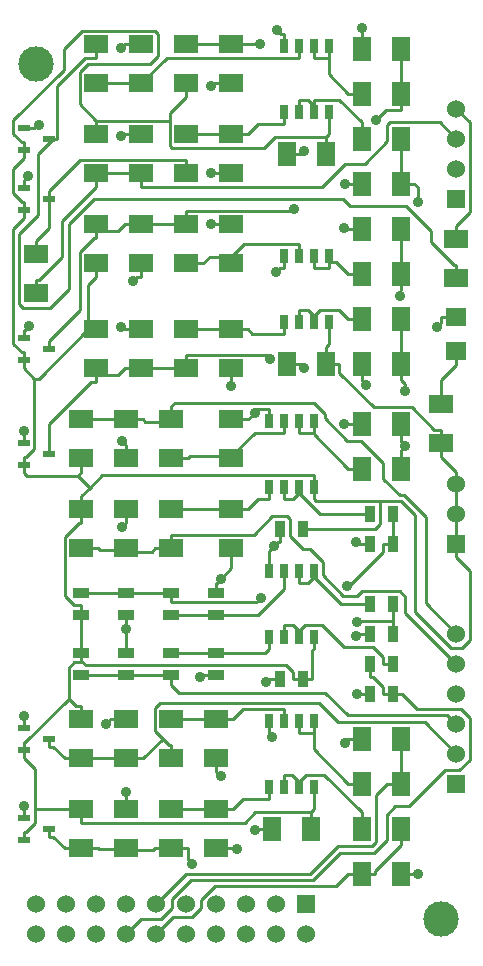
<source format=gtl>
G04 (created by PCBNEW (2013-07-07 BZR 4022)-stable) date 10/7/2013 2:25:56 PM*
%MOIN*%
G04 Gerber Fmt 3.4, Leading zero omitted, Abs format*
%FSLAX34Y34*%
G01*
G70*
G90*
G04 APERTURE LIST*
%ADD10C,0.00590551*%
%ADD11R,0.06X0.08*%
%ADD12R,0.06X0.06*%
%ADD13C,0.06*%
%ADD14R,0.08X0.06*%
%ADD15R,0.025X0.05*%
%ADD16R,0.0709X0.0629*%
%ADD17R,0.0394X0.0236*%
%ADD18R,0.055X0.035*%
%ADD19R,0.035X0.055*%
%ADD20C,0.11811*%
%ADD21C,0.035*%
%ADD22C,0.01*%
G04 APERTURE END LIST*
G54D10*
G54D11*
X52650Y-40500D03*
X51350Y-40500D03*
X51350Y-42000D03*
X52650Y-42000D03*
G54D12*
X54500Y-45500D03*
G54D13*
X54500Y-44500D03*
X54500Y-43500D03*
X54500Y-42500D03*
G54D12*
X49500Y-69000D03*
G54D13*
X49500Y-70000D03*
X48500Y-69000D03*
X48500Y-70000D03*
X47500Y-69000D03*
X47500Y-70000D03*
X46500Y-69000D03*
X46500Y-70000D03*
X45500Y-69000D03*
X45500Y-70000D03*
X44500Y-69000D03*
X44500Y-70000D03*
X43500Y-69000D03*
X43500Y-70000D03*
X42500Y-69000D03*
X42500Y-70000D03*
X41500Y-69000D03*
X41500Y-70000D03*
X40500Y-69000D03*
X40500Y-70000D03*
G54D14*
X47000Y-40350D03*
X47000Y-41650D03*
G54D11*
X52650Y-45000D03*
X51350Y-45000D03*
X51350Y-43500D03*
X52650Y-43500D03*
G54D14*
X44000Y-44650D03*
X44000Y-43350D03*
G54D11*
X52650Y-46500D03*
X51350Y-46500D03*
X51350Y-48000D03*
X52650Y-48000D03*
G54D14*
X44000Y-46350D03*
X44000Y-47650D03*
X44000Y-51150D03*
X44000Y-49850D03*
G54D11*
X51350Y-49500D03*
X52650Y-49500D03*
X52650Y-51000D03*
X51350Y-51000D03*
G54D14*
X42500Y-40350D03*
X42500Y-41650D03*
X45500Y-40350D03*
X45500Y-41650D03*
X47000Y-44650D03*
X47000Y-43350D03*
X44000Y-40350D03*
X44000Y-41650D03*
X45500Y-44650D03*
X45500Y-43350D03*
G54D11*
X50150Y-44000D03*
X48850Y-44000D03*
G54D14*
X42500Y-44650D03*
X42500Y-43350D03*
X45500Y-46350D03*
X45500Y-47650D03*
X42500Y-46350D03*
X42500Y-47650D03*
X45500Y-51150D03*
X45500Y-49850D03*
X42500Y-51150D03*
X42500Y-49850D03*
G54D15*
X50250Y-47400D03*
X49750Y-47400D03*
X49250Y-47400D03*
X48750Y-47400D03*
X48750Y-49600D03*
X49250Y-49600D03*
X49750Y-49600D03*
X50250Y-49600D03*
X50250Y-40400D03*
X49750Y-40400D03*
X49250Y-40400D03*
X48750Y-40400D03*
X48750Y-42600D03*
X49250Y-42600D03*
X49750Y-42600D03*
X50250Y-42600D03*
X49750Y-57900D03*
X49250Y-57900D03*
X48750Y-57900D03*
X48250Y-57900D03*
X48250Y-60100D03*
X48750Y-60100D03*
X49250Y-60100D03*
X49750Y-60100D03*
X49750Y-52900D03*
X49250Y-52900D03*
X48750Y-52900D03*
X48250Y-52900D03*
X48250Y-55100D03*
X48750Y-55100D03*
X49250Y-55100D03*
X49750Y-55100D03*
G54D11*
X52650Y-53000D03*
X51350Y-53000D03*
G54D14*
X42000Y-57150D03*
X42000Y-55850D03*
X45000Y-57150D03*
X45000Y-55850D03*
X42000Y-52850D03*
X42000Y-54150D03*
X45000Y-52850D03*
X45000Y-54150D03*
X40500Y-48650D03*
X40500Y-47350D03*
X54500Y-46850D03*
X54500Y-48150D03*
X43500Y-52850D03*
X43500Y-54150D03*
G54D11*
X51350Y-54500D03*
X52650Y-54500D03*
G54D14*
X54000Y-53650D03*
X54000Y-52350D03*
G54D12*
X54500Y-57000D03*
G54D13*
X54500Y-56000D03*
X54500Y-55000D03*
G54D16*
X54500Y-49441D03*
X54500Y-50559D03*
G54D17*
X40084Y-50125D03*
X40916Y-50500D03*
X40084Y-50875D03*
X40084Y-66125D03*
X40916Y-66500D03*
X40084Y-66875D03*
X40084Y-63125D03*
X40916Y-63500D03*
X40084Y-63875D03*
X40084Y-45125D03*
X40916Y-45500D03*
X40084Y-45875D03*
X40084Y-53625D03*
X40916Y-54000D03*
X40084Y-54375D03*
G54D15*
X49750Y-62900D03*
X49250Y-62900D03*
X48750Y-62900D03*
X48250Y-62900D03*
X48250Y-65100D03*
X48750Y-65100D03*
X49250Y-65100D03*
X49750Y-65100D03*
G54D11*
X52650Y-63500D03*
X51350Y-63500D03*
X51350Y-65000D03*
X52650Y-65000D03*
G54D14*
X43500Y-64150D03*
X43500Y-62850D03*
X43500Y-67150D03*
X43500Y-65850D03*
G54D11*
X51350Y-66500D03*
X52650Y-66500D03*
X51350Y-68000D03*
X52650Y-68000D03*
G54D14*
X45000Y-64150D03*
X45000Y-62850D03*
X46500Y-64150D03*
X46500Y-62850D03*
X42000Y-64150D03*
X42000Y-62850D03*
X45000Y-67150D03*
X45000Y-65850D03*
X46500Y-67150D03*
X46500Y-65850D03*
X42000Y-67150D03*
X42000Y-65850D03*
G54D17*
X40084Y-43125D03*
X40916Y-43500D03*
X40084Y-43875D03*
G54D12*
X54500Y-65000D03*
G54D13*
X54500Y-64000D03*
X54500Y-63000D03*
X54500Y-62000D03*
X54500Y-61000D03*
X54500Y-60000D03*
G54D18*
X46500Y-61375D03*
X46500Y-60625D03*
G54D14*
X47000Y-46350D03*
X47000Y-47650D03*
X47000Y-51150D03*
X47000Y-49850D03*
G54D11*
X48350Y-66500D03*
X49650Y-66500D03*
G54D14*
X47000Y-52850D03*
X47000Y-54150D03*
X47000Y-57150D03*
X47000Y-55850D03*
G54D11*
X50150Y-51000D03*
X48850Y-51000D03*
G54D19*
X51625Y-59000D03*
X52375Y-59000D03*
X52375Y-60000D03*
X51625Y-60000D03*
G54D18*
X42000Y-61375D03*
X42000Y-60625D03*
X45000Y-61375D03*
X45000Y-60625D03*
X42000Y-58625D03*
X42000Y-59375D03*
X46500Y-58625D03*
X46500Y-59375D03*
X45000Y-58625D03*
X45000Y-59375D03*
G54D19*
X52375Y-62000D03*
X51625Y-62000D03*
X52375Y-61000D03*
X51625Y-61000D03*
G54D18*
X43500Y-61375D03*
X43500Y-60625D03*
X43500Y-58625D03*
X43500Y-59375D03*
G54D19*
X49375Y-56500D03*
X48625Y-56500D03*
X49375Y-61500D03*
X48625Y-61500D03*
G54D14*
X43500Y-57150D03*
X43500Y-55850D03*
G54D19*
X51625Y-56000D03*
X52375Y-56000D03*
X52375Y-57000D03*
X51625Y-57000D03*
G54D20*
X40500Y-41000D03*
X54000Y-69500D03*
G54D21*
X47938Y-40317D03*
X45691Y-67665D03*
X49079Y-45839D03*
X48272Y-50827D03*
X47982Y-58786D03*
X51821Y-42877D03*
X53212Y-45585D03*
X52629Y-48750D03*
X52783Y-51899D03*
X52783Y-53750D03*
X50867Y-58398D03*
X51173Y-59587D03*
X40573Y-43018D03*
X40084Y-53228D03*
X40084Y-62718D03*
X40084Y-65727D03*
X53860Y-49772D03*
X47000Y-51728D03*
X43349Y-53562D03*
X43312Y-49775D03*
X43708Y-48231D03*
X43323Y-43401D03*
X48493Y-47918D03*
X51174Y-62000D03*
X51162Y-56941D03*
X46322Y-46342D03*
X46318Y-44632D03*
X49425Y-51125D03*
X49428Y-43895D03*
X50767Y-46481D03*
X50769Y-53012D03*
X51350Y-39811D03*
X53225Y-68005D03*
X40233Y-44722D03*
X43349Y-56437D03*
X51169Y-60078D03*
X46323Y-41726D03*
X46637Y-58168D03*
X50773Y-44987D03*
X46637Y-64737D03*
X48361Y-63429D03*
X40246Y-49730D03*
X47782Y-52617D03*
X48422Y-57058D03*
X43500Y-65274D03*
X47770Y-66520D03*
X50770Y-63628D03*
X43500Y-59830D03*
X51491Y-51687D03*
X47175Y-67165D03*
X42822Y-62994D03*
X45939Y-61445D03*
X48162Y-61597D03*
X48524Y-39865D03*
X43321Y-40454D03*
G54D22*
X45500Y-40350D02*
X47000Y-40350D01*
X47582Y-40317D02*
X47550Y-40350D01*
X47938Y-40317D02*
X47582Y-40317D01*
X47000Y-40350D02*
X47550Y-40350D01*
X54950Y-45949D02*
X54500Y-46399D01*
X54950Y-42950D02*
X54950Y-45949D01*
X54500Y-42500D02*
X54950Y-42950D01*
X54500Y-46850D02*
X54500Y-46399D01*
X41067Y-66768D02*
X41449Y-67150D01*
X40915Y-66768D02*
X41067Y-66768D01*
X40915Y-66500D02*
X40915Y-66768D01*
X42000Y-67150D02*
X41449Y-67150D01*
X44393Y-67206D02*
X44449Y-67150D01*
X43500Y-67206D02*
X44393Y-67206D01*
X45000Y-67150D02*
X44449Y-67150D01*
X43500Y-67150D02*
X43500Y-67178D01*
X43500Y-67178D02*
X43500Y-67206D01*
X42578Y-67178D02*
X42550Y-67150D01*
X43500Y-67178D02*
X42578Y-67178D01*
X42000Y-67150D02*
X42550Y-67150D01*
X45550Y-67524D02*
X45550Y-67150D01*
X45691Y-67665D02*
X45550Y-67524D01*
X45000Y-67150D02*
X45550Y-67150D01*
X50014Y-45100D02*
X44000Y-45100D01*
X50792Y-44321D02*
X50014Y-45100D01*
X51450Y-44321D02*
X50792Y-44321D01*
X52199Y-43572D02*
X51450Y-44321D01*
X52199Y-43030D02*
X52199Y-43572D01*
X52282Y-42947D02*
X52199Y-43030D01*
X53947Y-42947D02*
X52282Y-42947D01*
X54500Y-43500D02*
X53947Y-42947D01*
X44000Y-44650D02*
X44000Y-45100D01*
X40500Y-48650D02*
X40500Y-48199D01*
X44000Y-44650D02*
X42500Y-44650D01*
X40584Y-48199D02*
X40500Y-48199D01*
X41349Y-47434D02*
X40584Y-48199D01*
X41349Y-46250D02*
X41349Y-47434D01*
X42500Y-45100D02*
X41349Y-46250D01*
X42500Y-44650D02*
X42500Y-45100D01*
X42415Y-46800D02*
X42500Y-46800D01*
X41949Y-47265D02*
X42415Y-46800D01*
X41949Y-49198D02*
X41949Y-47265D01*
X40915Y-50231D02*
X41949Y-49198D01*
X40915Y-50500D02*
X40915Y-50231D01*
X44000Y-46350D02*
X45500Y-46350D01*
X45500Y-46350D02*
X45500Y-45899D01*
X49019Y-45899D02*
X49079Y-45839D01*
X45500Y-45899D02*
X49019Y-45899D01*
X42500Y-46350D02*
X42500Y-46575D01*
X42500Y-46575D02*
X42500Y-46800D01*
X43224Y-46575D02*
X43449Y-46350D01*
X42500Y-46575D02*
X43224Y-46575D01*
X44000Y-46350D02*
X43449Y-46350D01*
X42331Y-51600D02*
X42500Y-51600D01*
X40915Y-53015D02*
X42331Y-51600D01*
X40915Y-54000D02*
X40915Y-53015D01*
X42500Y-51150D02*
X42500Y-51375D01*
X42500Y-51375D02*
X42500Y-51600D01*
X43224Y-51375D02*
X43449Y-51150D01*
X42500Y-51375D02*
X43224Y-51375D01*
X44000Y-51150D02*
X43449Y-51150D01*
X44000Y-51150D02*
X45500Y-51150D01*
X48145Y-50699D02*
X48272Y-50827D01*
X45500Y-50699D02*
X48145Y-50699D01*
X45500Y-51150D02*
X45500Y-50699D01*
X45000Y-52850D02*
X45000Y-52926D01*
X42000Y-52850D02*
X43500Y-52850D01*
X44127Y-52926D02*
X45000Y-52926D01*
X44050Y-52850D02*
X44127Y-52926D01*
X43500Y-52850D02*
X44050Y-52850D01*
X45112Y-52286D02*
X45000Y-52399D01*
X49737Y-52286D02*
X45112Y-52286D01*
X50105Y-52655D02*
X49737Y-52286D01*
X50105Y-52810D02*
X50105Y-52655D01*
X50849Y-53554D02*
X50105Y-52810D01*
X51316Y-53554D02*
X50849Y-53554D01*
X52055Y-54293D02*
X51316Y-53554D01*
X52055Y-54824D02*
X52055Y-54293D01*
X52605Y-55374D02*
X52055Y-54824D01*
X52741Y-55374D02*
X52605Y-55374D01*
X53477Y-56110D02*
X52741Y-55374D01*
X53477Y-58977D02*
X53477Y-56110D01*
X54500Y-60000D02*
X53477Y-58977D01*
X45000Y-52850D02*
X45000Y-52399D01*
X44337Y-57262D02*
X44449Y-57150D01*
X43500Y-57262D02*
X44337Y-57262D01*
X45000Y-57150D02*
X44449Y-57150D01*
X43500Y-57150D02*
X43500Y-57206D01*
X43500Y-57206D02*
X43500Y-57262D01*
X42606Y-57206D02*
X42550Y-57150D01*
X43500Y-57206D02*
X42606Y-57206D01*
X42000Y-57150D02*
X42550Y-57150D01*
X47737Y-56699D02*
X45000Y-56699D01*
X48362Y-56074D02*
X47737Y-56699D01*
X48868Y-56074D02*
X48362Y-56074D01*
X48950Y-56156D02*
X48868Y-56074D01*
X48950Y-56749D02*
X48950Y-56156D01*
X49384Y-57183D02*
X48950Y-56749D01*
X49636Y-57183D02*
X49384Y-57183D01*
X50043Y-57590D02*
X49636Y-57183D01*
X50043Y-58044D02*
X50043Y-57590D01*
X50734Y-58735D02*
X50043Y-58044D01*
X51187Y-58735D02*
X50734Y-58735D01*
X51349Y-58573D02*
X51187Y-58735D01*
X52621Y-58573D02*
X51349Y-58573D01*
X52802Y-58754D02*
X52621Y-58573D01*
X52802Y-59302D02*
X52802Y-58754D01*
X54500Y-61000D02*
X52802Y-59302D01*
X45000Y-57150D02*
X45000Y-56699D01*
X42000Y-58625D02*
X43500Y-58625D01*
X43500Y-58625D02*
X45000Y-58625D01*
X47819Y-58950D02*
X47982Y-58786D01*
X45000Y-58950D02*
X47819Y-58950D01*
X45000Y-58625D02*
X45000Y-58950D01*
X42000Y-61375D02*
X43500Y-61375D01*
X43500Y-61375D02*
X43925Y-61375D01*
X43925Y-61375D02*
X45000Y-61375D01*
X54200Y-62700D02*
X54500Y-63000D01*
X50875Y-62700D02*
X54200Y-62700D01*
X50129Y-61954D02*
X50875Y-62700D01*
X45253Y-61954D02*
X50129Y-61954D01*
X45000Y-61700D02*
X45253Y-61954D01*
X45000Y-61375D02*
X45000Y-61700D01*
X41067Y-63768D02*
X41449Y-64150D01*
X40915Y-63768D02*
X41067Y-63768D01*
X40915Y-63500D02*
X40915Y-63768D01*
X42000Y-64150D02*
X41449Y-64150D01*
X45000Y-64150D02*
X45000Y-63699D01*
X42000Y-64150D02*
X43500Y-64150D01*
X43500Y-64150D02*
X44050Y-64150D01*
X44050Y-64150D02*
X44707Y-63492D01*
X44915Y-63699D02*
X45000Y-63699D01*
X44707Y-63492D02*
X44915Y-63699D01*
X53449Y-62949D02*
X54500Y-64000D01*
X50558Y-62949D02*
X53449Y-62949D01*
X49908Y-62299D02*
X50558Y-62949D01*
X44618Y-62299D02*
X49908Y-62299D01*
X44449Y-62468D02*
X44618Y-62299D01*
X44449Y-63234D02*
X44449Y-62468D01*
X44707Y-63492D02*
X44449Y-63234D01*
X52650Y-42000D02*
X52650Y-40500D01*
X52147Y-42550D02*
X52650Y-42550D01*
X51821Y-42877D02*
X52147Y-42550D01*
X52650Y-42000D02*
X52650Y-42550D01*
X51800Y-67900D02*
X52650Y-67050D01*
X51800Y-68000D02*
X51800Y-67900D01*
X51350Y-68000D02*
X51800Y-68000D01*
X52650Y-66500D02*
X52650Y-67050D01*
X50496Y-68403D02*
X50899Y-68000D01*
X46458Y-68403D02*
X50496Y-68403D01*
X46000Y-68861D02*
X46458Y-68403D01*
X46000Y-69136D02*
X46000Y-68861D01*
X45686Y-69450D02*
X46000Y-69136D01*
X45049Y-69450D02*
X45686Y-69450D01*
X44500Y-70000D02*
X45049Y-69450D01*
X51350Y-68000D02*
X50899Y-68000D01*
X52650Y-43500D02*
X52650Y-45000D01*
X53212Y-45112D02*
X53100Y-45000D01*
X53212Y-45585D02*
X53212Y-45112D01*
X52650Y-45000D02*
X53100Y-45000D01*
X52629Y-48570D02*
X52629Y-48750D01*
X52650Y-48550D02*
X52629Y-48570D01*
X52650Y-48275D02*
X52650Y-48550D01*
X52650Y-48275D02*
X52650Y-48000D01*
X52650Y-48000D02*
X52650Y-46500D01*
X52650Y-51000D02*
X52650Y-49500D01*
X52783Y-51683D02*
X52650Y-51550D01*
X52783Y-51899D02*
X52783Y-51683D01*
X52650Y-51000D02*
X52650Y-51550D01*
X52650Y-53883D02*
X52650Y-54500D01*
X52783Y-53750D02*
X52650Y-53883D01*
X52650Y-53616D02*
X52650Y-53000D01*
X52783Y-53750D02*
X52650Y-53616D01*
X52375Y-56000D02*
X52375Y-57000D01*
X50921Y-58398D02*
X50867Y-58398D01*
X52049Y-57270D02*
X50921Y-58398D01*
X52049Y-57000D02*
X52049Y-57270D01*
X52375Y-57000D02*
X52049Y-57000D01*
X51186Y-59574D02*
X51173Y-59587D01*
X52375Y-59574D02*
X51186Y-59574D01*
X52375Y-60000D02*
X52375Y-59574D01*
X52375Y-59574D02*
X52375Y-59000D01*
X52375Y-62000D02*
X52700Y-62000D01*
X52049Y-61762D02*
X52049Y-62000D01*
X51712Y-61425D02*
X52049Y-61762D01*
X51625Y-61425D02*
X51712Y-61425D01*
X51625Y-61000D02*
X51625Y-61425D01*
X52375Y-62000D02*
X52049Y-62000D01*
X44000Y-69500D02*
X43500Y-70000D01*
X44640Y-69500D02*
X44000Y-69500D01*
X45004Y-69136D02*
X44640Y-69500D01*
X45004Y-68848D02*
X45004Y-69136D01*
X45648Y-68203D02*
X45004Y-68848D01*
X49718Y-68203D02*
X45648Y-68203D01*
X50616Y-67305D02*
X49718Y-68203D01*
X51749Y-67305D02*
X50616Y-67305D01*
X52199Y-66854D02*
X51749Y-67305D01*
X52199Y-66019D02*
X52199Y-66854D01*
X52469Y-65750D02*
X52199Y-66019D01*
X52918Y-65750D02*
X52469Y-65750D01*
X54118Y-64549D02*
X52918Y-65750D01*
X54601Y-64549D02*
X54118Y-64549D01*
X54950Y-64201D02*
X54601Y-64549D01*
X54950Y-62789D02*
X54950Y-64201D01*
X54661Y-62500D02*
X54950Y-62789D01*
X53200Y-62500D02*
X54661Y-62500D01*
X52700Y-62000D02*
X53200Y-62500D01*
X52650Y-65000D02*
X52650Y-63500D01*
X52650Y-65000D02*
X52199Y-65000D01*
X45496Y-68003D02*
X44500Y-69000D01*
X49636Y-68003D02*
X45496Y-68003D01*
X50568Y-67070D02*
X49636Y-68003D01*
X51697Y-67070D02*
X50568Y-67070D01*
X51819Y-66949D02*
X51697Y-67070D01*
X51819Y-65380D02*
X51819Y-66949D01*
X52199Y-65000D02*
X51819Y-65380D01*
X40538Y-43018D02*
X40431Y-43125D01*
X40573Y-43018D02*
X40538Y-43018D01*
X40084Y-43125D02*
X40431Y-43125D01*
X40084Y-53625D02*
X40084Y-53228D01*
X40084Y-62718D02*
X40084Y-63125D01*
X40084Y-65727D02*
X40084Y-66125D01*
X53995Y-49637D02*
X53995Y-49440D01*
X53860Y-49772D02*
X53995Y-49637D01*
X54500Y-49440D02*
X53995Y-49440D01*
X47000Y-51150D02*
X47000Y-51600D01*
X43500Y-54150D02*
X43500Y-53699D01*
X43487Y-53699D02*
X43500Y-53699D01*
X43349Y-53562D02*
X43487Y-53699D01*
X44000Y-49850D02*
X43449Y-49850D01*
X43375Y-49775D02*
X43449Y-49850D01*
X43312Y-49775D02*
X43375Y-49775D01*
X44000Y-47650D02*
X44000Y-48100D01*
X43839Y-48100D02*
X44000Y-48100D01*
X43708Y-48231D02*
X43839Y-48100D01*
X44000Y-43350D02*
X43449Y-43350D01*
X43397Y-43401D02*
X43449Y-43350D01*
X43323Y-43401D02*
X43397Y-43401D01*
X48750Y-47400D02*
X48750Y-47800D01*
X48612Y-47800D02*
X48750Y-47800D01*
X48493Y-47918D02*
X48612Y-47800D01*
X51625Y-62000D02*
X51299Y-62000D01*
X51299Y-62000D02*
X51299Y-62000D01*
X51174Y-62000D02*
X51299Y-62000D01*
X51625Y-57000D02*
X51299Y-57000D01*
X51241Y-56941D02*
X51299Y-57000D01*
X51162Y-56941D02*
X51241Y-56941D01*
X47000Y-51600D02*
X47000Y-51728D01*
X47000Y-46350D02*
X46449Y-46350D01*
X46441Y-46342D02*
X46449Y-46350D01*
X46322Y-46342D02*
X46441Y-46342D01*
X47000Y-44650D02*
X46449Y-44650D01*
X46432Y-44632D02*
X46449Y-44650D01*
X46318Y-44632D02*
X46432Y-44632D01*
X48850Y-51000D02*
X49300Y-51000D01*
X49300Y-51000D02*
X49425Y-51125D01*
X48850Y-44000D02*
X49300Y-44000D01*
X49404Y-43895D02*
X49300Y-44000D01*
X49428Y-43895D02*
X49404Y-43895D01*
X51350Y-46500D02*
X50899Y-46500D01*
X50881Y-46481D02*
X50899Y-46500D01*
X50767Y-46481D02*
X50881Y-46481D01*
X51350Y-53000D02*
X50899Y-53000D01*
X50887Y-53012D02*
X50899Y-53000D01*
X50769Y-53012D02*
X50887Y-53012D01*
X51350Y-40500D02*
X51350Y-39811D01*
X52650Y-68000D02*
X53100Y-68000D01*
X53105Y-68005D02*
X53100Y-68000D01*
X53225Y-68005D02*
X53105Y-68005D01*
X40084Y-45125D02*
X40084Y-44856D01*
X40099Y-44856D02*
X40084Y-44856D01*
X40233Y-44722D02*
X40099Y-44856D01*
X43500Y-55850D02*
X43500Y-56300D01*
X43487Y-56300D02*
X43500Y-56300D01*
X43349Y-56437D02*
X43487Y-56300D01*
X51221Y-60078D02*
X51299Y-60000D01*
X51169Y-60078D02*
X51221Y-60078D01*
X51625Y-60000D02*
X51299Y-60000D01*
X47000Y-41650D02*
X46449Y-41650D01*
X46373Y-41726D02*
X46449Y-41650D01*
X46323Y-41726D02*
X46373Y-41726D01*
X46500Y-58625D02*
X46500Y-58299D01*
X46506Y-58299D02*
X46637Y-58168D01*
X46500Y-58299D02*
X46506Y-58299D01*
X47000Y-57806D02*
X47000Y-57150D01*
X46637Y-58168D02*
X47000Y-57806D01*
X50887Y-44987D02*
X50899Y-45000D01*
X50773Y-44987D02*
X50887Y-44987D01*
X51350Y-45000D02*
X50899Y-45000D01*
X46500Y-64150D02*
X46500Y-64600D01*
X46637Y-64737D02*
X46500Y-64600D01*
X48250Y-52900D02*
X48250Y-52499D01*
X47000Y-52850D02*
X47550Y-52850D01*
X48361Y-63412D02*
X48250Y-63300D01*
X48361Y-63429D02*
X48361Y-63412D01*
X48250Y-62900D02*
X48250Y-63300D01*
X40084Y-50125D02*
X40084Y-49856D01*
X40119Y-49856D02*
X40084Y-49856D01*
X40246Y-49730D02*
X40119Y-49856D01*
X47782Y-52617D02*
X47782Y-52617D01*
X47782Y-52617D02*
X47782Y-52617D01*
X47550Y-52850D02*
X47782Y-52617D01*
X47900Y-52499D02*
X48250Y-52499D01*
X47782Y-52617D02*
X47900Y-52499D01*
X48625Y-56500D02*
X48625Y-56925D01*
X48556Y-56925D02*
X48422Y-57058D01*
X48625Y-56925D02*
X48556Y-56925D01*
X48250Y-57231D02*
X48250Y-57900D01*
X48422Y-57058D02*
X48250Y-57231D01*
X43500Y-65850D02*
X43500Y-65274D01*
X48350Y-66500D02*
X47899Y-66500D01*
X47879Y-66520D02*
X47899Y-66500D01*
X47770Y-66520D02*
X47879Y-66520D01*
X51350Y-63500D02*
X50899Y-63500D01*
X50770Y-63628D02*
X50899Y-63500D01*
X43500Y-59375D02*
X43500Y-59830D01*
X43500Y-59830D02*
X43500Y-60625D01*
X51350Y-51000D02*
X51350Y-51550D01*
X51354Y-51550D02*
X51350Y-51550D01*
X51491Y-51687D02*
X51354Y-51550D01*
X46500Y-67150D02*
X47050Y-67150D01*
X47065Y-67165D02*
X47050Y-67150D01*
X47175Y-67165D02*
X47065Y-67165D01*
X43500Y-62850D02*
X42949Y-62850D01*
X42949Y-62867D02*
X42949Y-62850D01*
X42822Y-62994D02*
X42949Y-62867D01*
X46500Y-61375D02*
X46074Y-61375D01*
X46004Y-61445D02*
X46074Y-61375D01*
X45939Y-61445D02*
X46004Y-61445D01*
X48625Y-61500D02*
X48299Y-61500D01*
X48202Y-61597D02*
X48299Y-61500D01*
X48162Y-61597D02*
X48202Y-61597D01*
X48750Y-40400D02*
X48750Y-39999D01*
X48658Y-39999D02*
X48750Y-39999D01*
X48524Y-39865D02*
X48658Y-39999D01*
X44000Y-40350D02*
X43449Y-40350D01*
X43345Y-40454D02*
X43449Y-40350D01*
X43321Y-40454D02*
X43345Y-40454D01*
X54000Y-51523D02*
X54000Y-52350D01*
X54500Y-51023D02*
X54000Y-51523D01*
X54500Y-50559D02*
X54500Y-51023D01*
X51350Y-54500D02*
X50899Y-54500D01*
X49250Y-53300D02*
X49750Y-53300D01*
X49250Y-52900D02*
X49250Y-53300D01*
X49750Y-52900D02*
X49750Y-53300D01*
X49750Y-53350D02*
X50899Y-54500D01*
X49750Y-53300D02*
X49750Y-53350D01*
X49750Y-47800D02*
X50250Y-47800D01*
X49750Y-47400D02*
X49750Y-47800D01*
X50250Y-47400D02*
X50250Y-47600D01*
X50250Y-47600D02*
X50250Y-47800D01*
X50500Y-47600D02*
X50899Y-48000D01*
X50250Y-47600D02*
X50500Y-47600D01*
X51350Y-48000D02*
X50899Y-48000D01*
X49750Y-49600D02*
X49750Y-49399D01*
X49250Y-49600D02*
X49250Y-49199D01*
X49549Y-49199D02*
X49250Y-49199D01*
X49750Y-49399D02*
X49549Y-49199D01*
X51350Y-49500D02*
X50899Y-49500D01*
X50599Y-49199D02*
X50899Y-49500D01*
X49950Y-49199D02*
X50599Y-49199D01*
X49750Y-49399D02*
X49950Y-49199D01*
X50600Y-42199D02*
X51350Y-42949D01*
X49750Y-42199D02*
X50600Y-42199D01*
X51350Y-43500D02*
X51350Y-42949D01*
X49750Y-42600D02*
X49750Y-42399D01*
X49750Y-42399D02*
X49750Y-42199D01*
X49549Y-42199D02*
X49250Y-42199D01*
X49750Y-42399D02*
X49549Y-42199D01*
X49250Y-42600D02*
X49250Y-42199D01*
X49750Y-40800D02*
X50250Y-40800D01*
X49750Y-40400D02*
X49750Y-40800D01*
X50250Y-40400D02*
X50250Y-40750D01*
X50250Y-40750D02*
X50250Y-40800D01*
X50250Y-41350D02*
X50899Y-42000D01*
X50250Y-40800D02*
X50250Y-41350D01*
X51350Y-42000D02*
X50899Y-42000D01*
X49750Y-57900D02*
X49750Y-58100D01*
X49549Y-58300D02*
X49250Y-58300D01*
X49750Y-58100D02*
X49549Y-58300D01*
X49250Y-57900D02*
X49250Y-58300D01*
X51625Y-59000D02*
X51299Y-59000D01*
X50649Y-59000D02*
X51299Y-59000D01*
X49750Y-58100D02*
X50649Y-59000D01*
X48750Y-60100D02*
X48750Y-59699D01*
X49250Y-60100D02*
X49250Y-59899D01*
X49049Y-59699D02*
X49250Y-59899D01*
X48750Y-59699D02*
X49049Y-59699D01*
X49450Y-59699D02*
X49250Y-59899D01*
X50007Y-59699D02*
X49450Y-59699D01*
X50739Y-60431D02*
X50007Y-59699D01*
X51725Y-60431D02*
X50739Y-60431D01*
X52049Y-60756D02*
X51725Y-60431D01*
X52049Y-61000D02*
X52049Y-60756D01*
X52375Y-61000D02*
X52049Y-61000D01*
X49250Y-55100D02*
X49250Y-55300D01*
X48750Y-55100D02*
X48750Y-55500D01*
X49049Y-55500D02*
X48750Y-55500D01*
X49250Y-55300D02*
X49049Y-55500D01*
X49949Y-56000D02*
X49250Y-55300D01*
X51299Y-56000D02*
X49949Y-56000D01*
X51625Y-56000D02*
X51299Y-56000D01*
X49250Y-62900D02*
X49250Y-63300D01*
X49750Y-62900D02*
X49750Y-63300D01*
X51350Y-65000D02*
X50899Y-65000D01*
X49750Y-63300D02*
X49250Y-63300D01*
X49750Y-63850D02*
X50899Y-65000D01*
X49750Y-63300D02*
X49750Y-63850D01*
X49250Y-65100D02*
X49250Y-64944D01*
X51350Y-66500D02*
X51350Y-65949D01*
X49005Y-64699D02*
X49250Y-64944D01*
X48750Y-64699D02*
X49005Y-64699D01*
X50099Y-64699D02*
X51350Y-65949D01*
X49494Y-64699D02*
X50099Y-64699D01*
X49250Y-64944D02*
X49494Y-64699D01*
X48750Y-65100D02*
X48750Y-64699D01*
X45000Y-65850D02*
X45550Y-65850D01*
X46500Y-65850D02*
X45550Y-65850D01*
X47400Y-65500D02*
X47050Y-65850D01*
X48250Y-65500D02*
X47400Y-65500D01*
X48250Y-65100D02*
X48250Y-65500D01*
X46500Y-65850D02*
X47050Y-65850D01*
X40500Y-47350D02*
X40500Y-46899D01*
X40915Y-46483D02*
X40915Y-45500D01*
X40500Y-46899D02*
X40915Y-46483D01*
X41947Y-44199D02*
X45500Y-44199D01*
X40915Y-45231D02*
X41947Y-44199D01*
X40915Y-45500D02*
X40915Y-45231D01*
X45500Y-44650D02*
X45500Y-44199D01*
X42500Y-40350D02*
X42500Y-40800D01*
X41189Y-41743D02*
X41189Y-43500D01*
X42132Y-40800D02*
X41189Y-41743D01*
X42500Y-40800D02*
X42132Y-40800D01*
X40915Y-43500D02*
X41052Y-43500D01*
X41052Y-43500D02*
X41189Y-43500D01*
X54500Y-48150D02*
X54500Y-47699D01*
X54415Y-47699D02*
X54500Y-47699D01*
X53650Y-46934D02*
X54415Y-47699D01*
X53650Y-46578D02*
X53650Y-46934D01*
X52821Y-45750D02*
X53650Y-46578D01*
X50953Y-45750D02*
X52821Y-45750D01*
X50714Y-45511D02*
X50953Y-45750D01*
X42418Y-45511D02*
X50714Y-45511D01*
X41579Y-46350D02*
X42418Y-45511D01*
X41579Y-48487D02*
X41579Y-46350D01*
X40946Y-49119D02*
X41579Y-48487D01*
X40051Y-49119D02*
X40946Y-49119D01*
X39928Y-48996D02*
X40051Y-49119D01*
X39928Y-46680D02*
X39928Y-48996D01*
X40568Y-46040D02*
X39928Y-46680D01*
X40568Y-43984D02*
X40568Y-46040D01*
X41052Y-43500D02*
X40568Y-43984D01*
X46500Y-62850D02*
X45000Y-62850D01*
X47400Y-62499D02*
X47050Y-62850D01*
X48750Y-62499D02*
X47400Y-62499D01*
X48750Y-62900D02*
X48750Y-62499D01*
X46500Y-62850D02*
X47050Y-62850D01*
X47900Y-43000D02*
X47550Y-43350D01*
X48750Y-43000D02*
X47900Y-43000D01*
X48750Y-42600D02*
X48750Y-43000D01*
X47000Y-43350D02*
X47550Y-43350D01*
X45500Y-43350D02*
X47000Y-43350D01*
X49250Y-40400D02*
X49250Y-40800D01*
X42500Y-41650D02*
X43050Y-41650D01*
X44849Y-40800D02*
X44000Y-41650D01*
X49250Y-40800D02*
X44849Y-40800D01*
X44000Y-41650D02*
X43050Y-41650D01*
X47000Y-47650D02*
X47000Y-47424D01*
X46275Y-47424D02*
X46050Y-47650D01*
X47000Y-47424D02*
X46275Y-47424D01*
X45500Y-47650D02*
X46050Y-47650D01*
X47425Y-46999D02*
X47000Y-47424D01*
X49250Y-46999D02*
X47425Y-46999D01*
X49250Y-47400D02*
X49250Y-46999D01*
X47000Y-54150D02*
X47000Y-54081D01*
X45619Y-54081D02*
X45550Y-54150D01*
X47000Y-54081D02*
X45619Y-54081D01*
X45000Y-54150D02*
X45550Y-54150D01*
X47780Y-53300D02*
X47000Y-54081D01*
X48750Y-53300D02*
X47780Y-53300D01*
X48750Y-52900D02*
X48750Y-53300D01*
X47000Y-55850D02*
X45000Y-55850D01*
X47900Y-55500D02*
X47550Y-55850D01*
X48250Y-55500D02*
X47900Y-55500D01*
X48250Y-55100D02*
X48250Y-55500D01*
X47000Y-55850D02*
X47550Y-55850D01*
X47000Y-49850D02*
X45500Y-49850D01*
X47700Y-50000D02*
X47550Y-49850D01*
X48750Y-50000D02*
X47700Y-50000D01*
X48750Y-49600D02*
X48750Y-50000D01*
X47000Y-49850D02*
X47550Y-49850D01*
X45000Y-59375D02*
X46500Y-59375D01*
X48750Y-57900D02*
X48750Y-58300D01*
X48750Y-58501D02*
X48750Y-58300D01*
X47876Y-59375D02*
X48750Y-58501D01*
X46500Y-59375D02*
X47876Y-59375D01*
X48125Y-60625D02*
X48250Y-60500D01*
X46500Y-60625D02*
X48125Y-60625D01*
X48250Y-60100D02*
X48250Y-60500D01*
X45000Y-60625D02*
X46500Y-60625D01*
X42000Y-62850D02*
X42000Y-62399D01*
X54500Y-56000D02*
X54500Y-57000D01*
X50250Y-50349D02*
X50150Y-50449D01*
X50250Y-49600D02*
X50250Y-50349D01*
X50150Y-50724D02*
X50150Y-50449D01*
X50150Y-50724D02*
X50150Y-51000D01*
X54500Y-57000D02*
X54500Y-57450D01*
X40084Y-63875D02*
X40084Y-64143D01*
X40084Y-66875D02*
X40084Y-66606D01*
X54000Y-53650D02*
X54000Y-53199D01*
X50150Y-51000D02*
X50600Y-51000D01*
X40084Y-63875D02*
X40084Y-63606D01*
X39720Y-44506D02*
X40084Y-44143D01*
X39720Y-45310D02*
X39720Y-44506D01*
X40016Y-45606D02*
X39720Y-45310D01*
X40084Y-45606D02*
X40016Y-45606D01*
X40084Y-45875D02*
X40084Y-45606D01*
X42500Y-49850D02*
X42224Y-49850D01*
X42224Y-48375D02*
X42500Y-48100D01*
X42224Y-49850D02*
X42224Y-48375D01*
X42500Y-47650D02*
X42500Y-48100D01*
X49375Y-56500D02*
X49700Y-56500D01*
X49750Y-55100D02*
X49750Y-55500D01*
X42000Y-55850D02*
X42000Y-55399D01*
X49750Y-55100D02*
X49750Y-54699D01*
X53762Y-53199D02*
X54000Y-53199D01*
X53012Y-52449D02*
X53762Y-53199D01*
X51761Y-52449D02*
X53012Y-52449D01*
X50600Y-51288D02*
X51761Y-52449D01*
X50600Y-51000D02*
X50600Y-51288D01*
X50250Y-43349D02*
X50250Y-42600D01*
X50150Y-43449D02*
X50250Y-43349D01*
X50150Y-43450D02*
X50150Y-43449D01*
X50150Y-44000D02*
X50150Y-43450D01*
X45500Y-41650D02*
X45500Y-42100D01*
X49824Y-55574D02*
X49750Y-55500D01*
X51950Y-55574D02*
X49824Y-55574D01*
X39727Y-46499D02*
X40084Y-46143D01*
X39727Y-50317D02*
X39727Y-46499D01*
X40016Y-50606D02*
X39727Y-50317D01*
X40084Y-50606D02*
X40016Y-50606D01*
X40084Y-50875D02*
X40084Y-50606D01*
X40084Y-45875D02*
X40084Y-46143D01*
X42500Y-43350D02*
X42500Y-42899D01*
X42500Y-42899D02*
X44949Y-42899D01*
X44949Y-43725D02*
X44949Y-42899D01*
X45026Y-43802D02*
X44949Y-43725D01*
X48097Y-43802D02*
X45026Y-43802D01*
X48450Y-43449D02*
X48097Y-43802D01*
X50150Y-43449D02*
X48450Y-43449D01*
X44949Y-42650D02*
X45500Y-42100D01*
X44949Y-42899D02*
X44949Y-42650D01*
X40084Y-43942D02*
X40084Y-44143D01*
X40084Y-43942D02*
X40084Y-43875D01*
X41938Y-42338D02*
X42500Y-42899D01*
X41938Y-41277D02*
X41938Y-42338D01*
X42206Y-41009D02*
X41938Y-41277D01*
X44273Y-41009D02*
X42206Y-41009D01*
X44565Y-40717D02*
X44273Y-41009D01*
X44565Y-39998D02*
X44565Y-40717D01*
X44466Y-39899D02*
X44565Y-39998D01*
X42010Y-39899D02*
X44466Y-39899D01*
X41407Y-40502D02*
X42010Y-39899D01*
X41407Y-41186D02*
X41407Y-40502D01*
X39736Y-42856D02*
X41407Y-41186D01*
X39736Y-43326D02*
X39736Y-42856D01*
X40016Y-43606D02*
X39736Y-43326D01*
X40084Y-43606D02*
X40016Y-43606D01*
X40084Y-43875D02*
X40084Y-43606D01*
X40084Y-50875D02*
X40084Y-51143D01*
X54500Y-56000D02*
X54500Y-55000D01*
X54500Y-54600D02*
X54000Y-54100D01*
X54500Y-55000D02*
X54500Y-54600D01*
X54000Y-53650D02*
X54000Y-54100D01*
X40084Y-54375D02*
X40084Y-54643D01*
X42000Y-54150D02*
X42000Y-54600D01*
X40170Y-54729D02*
X40084Y-54643D01*
X41870Y-54729D02*
X40170Y-54729D01*
X41870Y-54729D02*
X42000Y-54600D01*
X42270Y-55129D02*
X41870Y-54729D01*
X42000Y-55399D02*
X42270Y-55129D01*
X42000Y-55399D02*
X42000Y-55399D01*
X42700Y-54699D02*
X49750Y-54699D01*
X42270Y-55129D02*
X42700Y-54699D01*
X40084Y-54375D02*
X40084Y-54106D01*
X40151Y-54106D02*
X40084Y-54106D01*
X40431Y-53825D02*
X40151Y-54106D01*
X40431Y-51491D02*
X40431Y-53825D01*
X40583Y-51491D02*
X40431Y-51491D01*
X42224Y-49850D02*
X40583Y-51491D01*
X40431Y-51491D02*
X40084Y-51143D01*
X51800Y-56500D02*
X49700Y-56500D01*
X51950Y-56349D02*
X51800Y-56500D01*
X51950Y-55574D02*
X51950Y-56349D01*
X41813Y-62399D02*
X41574Y-62161D01*
X42000Y-62399D02*
X41813Y-62399D01*
X40129Y-63606D02*
X40084Y-63606D01*
X41574Y-62161D02*
X40129Y-63606D01*
X41574Y-61131D02*
X41574Y-62161D01*
X41756Y-60950D02*
X41574Y-61131D01*
X42000Y-60950D02*
X41756Y-60950D01*
X52643Y-55574D02*
X51950Y-55574D01*
X53105Y-56036D02*
X52643Y-55574D01*
X53105Y-59260D02*
X53105Y-56036D01*
X54307Y-60462D02*
X53105Y-59260D01*
X54688Y-60462D02*
X54307Y-60462D01*
X54950Y-60201D02*
X54688Y-60462D01*
X54950Y-57900D02*
X54950Y-60201D01*
X54500Y-57450D02*
X54950Y-57900D01*
X42000Y-65850D02*
X41449Y-65850D01*
X40452Y-65850D02*
X41449Y-65850D01*
X40452Y-64511D02*
X40452Y-65850D01*
X40084Y-64143D02*
X40452Y-64511D01*
X40151Y-66606D02*
X40084Y-66606D01*
X40452Y-66305D02*
X40151Y-66606D01*
X40452Y-65850D02*
X40452Y-66305D01*
X49750Y-65849D02*
X49650Y-65949D01*
X49750Y-65100D02*
X49750Y-65849D01*
X49650Y-66500D02*
X49650Y-65999D01*
X49650Y-65999D02*
X49650Y-65949D01*
X47444Y-66300D02*
X42000Y-66300D01*
X47795Y-65949D02*
X47444Y-66300D01*
X49650Y-65949D02*
X47795Y-65949D01*
X42000Y-65850D02*
X42000Y-66300D01*
X49700Y-60550D02*
X49750Y-60500D01*
X49700Y-61500D02*
X49700Y-60550D01*
X49375Y-61500D02*
X49700Y-61500D01*
X49750Y-60100D02*
X49750Y-60500D01*
X42000Y-60900D02*
X42000Y-60950D01*
X49049Y-61256D02*
X49049Y-61500D01*
X48831Y-61037D02*
X49049Y-61256D01*
X42137Y-61037D02*
X48831Y-61037D01*
X42000Y-60900D02*
X42137Y-61037D01*
X49375Y-61500D02*
X49049Y-61500D01*
X42000Y-60762D02*
X42000Y-60900D01*
X42000Y-60762D02*
X42000Y-60625D01*
X42000Y-55850D02*
X42000Y-56300D01*
X42000Y-60625D02*
X42000Y-59375D01*
X41915Y-56300D02*
X42000Y-56300D01*
X41449Y-56765D02*
X41915Y-56300D01*
X41449Y-58743D02*
X41449Y-56765D01*
X41756Y-59049D02*
X41449Y-58743D01*
X42000Y-59049D02*
X41756Y-59049D01*
X42000Y-59375D02*
X42000Y-59049D01*
M02*

</source>
